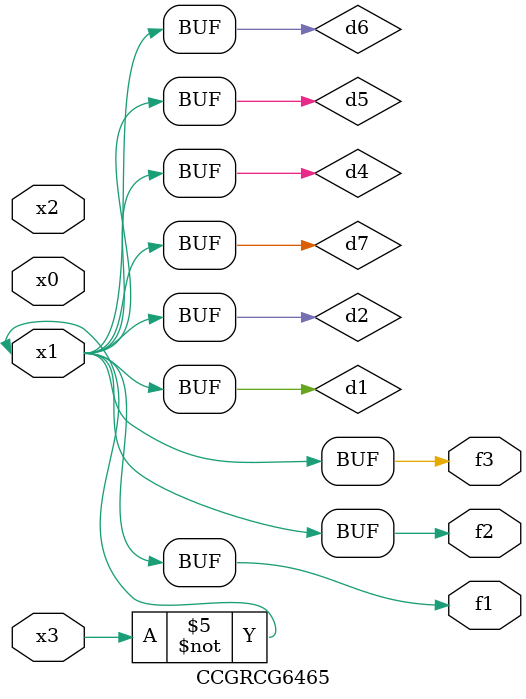
<source format=v>
module CCGRCG6465(
	input x0, x1, x2, x3,
	output f1, f2, f3
);

	wire d1, d2, d3, d4, d5, d6, d7;

	not (d1, x3);
	buf (d2, x1);
	xnor (d3, d1, d2);
	nor (d4, d1);
	buf (d5, d1, d2);
	buf (d6, d4, d5);
	nand (d7, d4);
	assign f1 = d6;
	assign f2 = d7;
	assign f3 = d6;
endmodule

</source>
